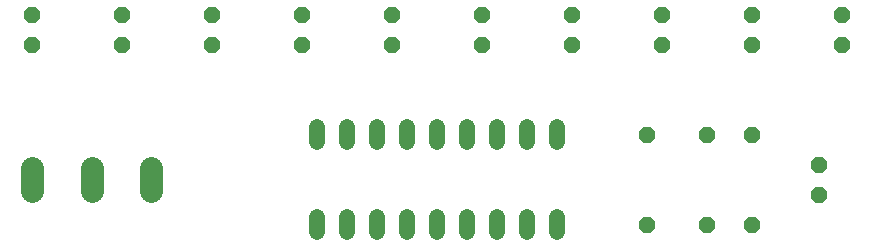
<source format=gbr>
G04 EAGLE Gerber X2 export*
%TF.Part,Single*%
%TF.FileFunction,Copper,L1,Top,Mixed*%
%TF.FilePolarity,Positive*%
%TF.GenerationSoftware,Autodesk,EAGLE,9.0.0*%
%TF.CreationDate,2019-10-07T20:04:45Z*%
G75*
%MOMM*%
%FSLAX34Y34*%
%LPD*%
%AMOC8*
5,1,8,0,0,1.08239X$1,22.5*%
G01*
%ADD10P,1.429621X8X112.500000*%
%ADD11C,1.320800*%
%ADD12P,1.429621X8X292.500000*%
%ADD13C,1.981200*%


D10*
X798900Y97950D03*
X798900Y123350D03*
D11*
X373450Y79154D02*
X373450Y65946D01*
X398850Y65946D02*
X398850Y79154D01*
X525850Y79154D02*
X525850Y65946D01*
X551250Y65946D02*
X551250Y79154D01*
X424250Y79154D02*
X424250Y65946D01*
X449650Y65946D02*
X449650Y79154D01*
X500450Y79154D02*
X500450Y65946D01*
X475050Y65946D02*
X475050Y79154D01*
X576650Y79154D02*
X576650Y65946D01*
X576650Y142146D02*
X576650Y155354D01*
X551250Y155354D02*
X551250Y142146D01*
X525850Y142146D02*
X525850Y155354D01*
X500450Y155354D02*
X500450Y142146D01*
X475050Y142146D02*
X475050Y155354D01*
X449650Y155354D02*
X449650Y142146D01*
X424250Y142146D02*
X424250Y155354D01*
X398850Y155354D02*
X398850Y142146D01*
X373450Y142146D02*
X373450Y155354D01*
D12*
X132150Y250350D03*
X132150Y224950D03*
X817950Y250350D03*
X817950Y224950D03*
X208350Y250350D03*
X208350Y224950D03*
X284550Y250350D03*
X284550Y224950D03*
X360750Y250350D03*
X360750Y224950D03*
X436950Y250350D03*
X436950Y224950D03*
X513150Y250350D03*
X513150Y224950D03*
X589350Y250350D03*
X589350Y224950D03*
X665550Y250350D03*
X665550Y224950D03*
X741750Y250350D03*
X741750Y224950D03*
D10*
X652850Y72550D03*
X652850Y148750D03*
D12*
X703650Y148750D03*
X703650Y72550D03*
X741750Y148750D03*
X741750Y72550D03*
D13*
X132912Y100744D02*
X132912Y120556D01*
X182950Y120556D02*
X182950Y100744D01*
X232988Y100744D02*
X232988Y120556D01*
M02*

</source>
